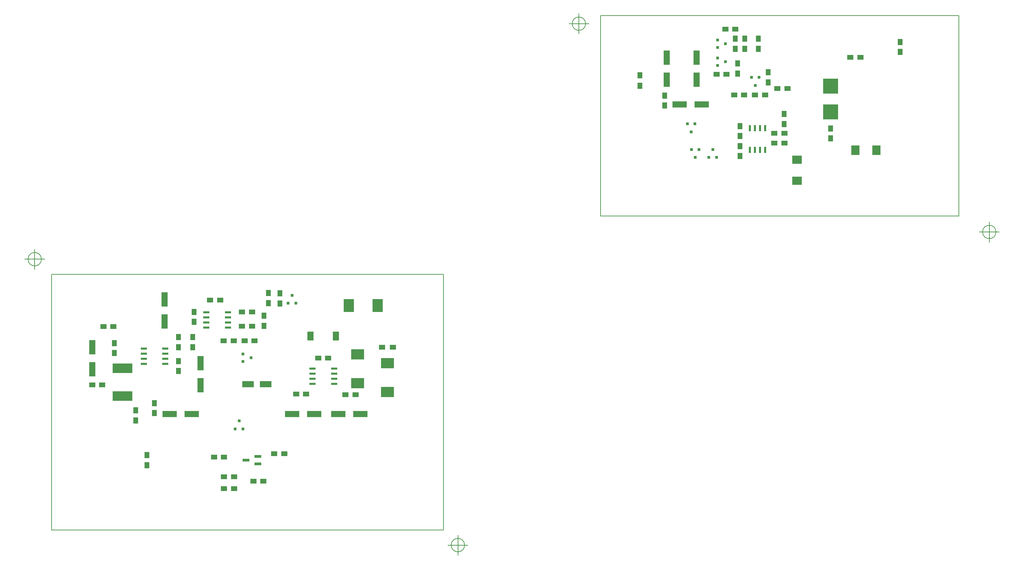
<source format=gbr>
%TF.GenerationSoftware,KiCad,Pcbnew,(5.1.9)-1*%
%TF.CreationDate,2021-04-11T15:54:41+02:00*%
%TF.ProjectId,bab_top,6261625f-746f-4702-9e6b-696361645f70,rev?*%
%TF.SameCoordinates,Original*%
%TF.FileFunction,Paste,Top*%
%TF.FilePolarity,Positive*%
%FSLAX46Y46*%
G04 Gerber Fmt 4.6, Leading zero omitted, Abs format (unit mm)*
G04 Created by KiCad (PCBNEW (5.1.9)-1) date 2021-04-11 15:54:41*
%MOMM*%
%LPD*%
G01*
G04 APERTURE LIST*
%TA.AperFunction,Profile*%
%ADD10C,0.150000*%
%TD*%
%ADD11R,3.200000X2.600000*%
%ADD12R,1.250000X1.500000*%
%ADD13R,1.500000X1.250000*%
%ADD14R,5.000000X2.400000*%
%ADD15R,1.600200X3.599180*%
%ADD16R,3.599180X1.600200*%
%ADD17R,2.999740X1.600200*%
%ADD18R,2.600000X3.200000*%
%ADD19R,1.500000X2.200000*%
%ADD20R,0.800100X0.800100*%
%ADD21R,1.550000X0.600000*%
%ADD22R,0.600000X1.550000*%
%ADD23R,3.830000X3.830000*%
%ADD24R,2.400000X2.000000*%
%ADD25R,2.000000X2.400000*%
%ADD26R,1.500000X1.300000*%
%ADD27R,1.300000X1.500000*%
%ADD28R,1.800860X0.800100*%
G04 APERTURE END LIST*
D10*
X140866666Y-146200000D02*
G75*
G03*
X140866666Y-146200000I-1666666J0D01*
G01*
X136700000Y-146200000D02*
X141700000Y-146200000D01*
X139200000Y-143700000D02*
X139200000Y-148700000D01*
X35266666Y-74800000D02*
G75*
G03*
X35266666Y-74800000I-1666666J0D01*
G01*
X31100000Y-74800000D02*
X36100000Y-74800000D01*
X33600000Y-72300000D02*
X33600000Y-77300000D01*
X273466666Y-68000000D02*
G75*
G03*
X273466666Y-68000000I-1666666J0D01*
G01*
X269300000Y-68000000D02*
X274300000Y-68000000D01*
X271800000Y-65500000D02*
X271800000Y-70500000D01*
X171066666Y-16000000D02*
G75*
G03*
X171066666Y-16000000I-1666666J0D01*
G01*
X166900000Y-16000000D02*
X171900000Y-16000000D01*
X169400000Y-13500000D02*
X169400000Y-18500000D01*
X40200000Y-78600000D02*
X37800000Y-78600000D01*
X40200000Y-142400000D02*
X37800000Y-142400000D01*
X40200000Y-78600000D02*
X44400000Y-78600000D01*
X37800000Y-142400000D02*
X37800000Y-78600000D01*
X135600000Y-142400000D02*
X39800000Y-142400000D01*
X135600000Y-78600000D02*
X135600000Y-142400000D01*
X44000000Y-78600000D02*
X135600000Y-78600000D01*
X179800000Y-64000000D02*
X174800000Y-64000000D01*
X174800000Y-14000000D02*
X174800000Y-64000000D01*
X179800000Y-14000000D02*
X174800000Y-14000000D01*
X264200000Y-64000000D02*
X259200000Y-64000000D01*
X264200000Y-14000000D02*
X264200000Y-64000000D01*
X264200000Y-14000000D02*
X259200000Y-14000000D01*
X254200000Y-64000000D02*
X259200000Y-64000000D01*
X179800000Y-64000000D02*
X254200000Y-64000000D01*
X254200000Y-14000000D02*
X259200000Y-14000000D01*
X247200000Y-14000000D02*
X192000000Y-14000000D01*
X247200000Y-14000000D02*
X254200000Y-14000000D01*
X192000000Y-14000000D02*
X179800000Y-14000000D01*
D11*
%TO.C,D303*%
X114200000Y-105800000D03*
X114200000Y-98600000D03*
%TD*%
D12*
%TO.C,R410*%
X209000000Y-25950000D03*
X209000000Y-28450000D03*
%TD*%
D13*
%TO.C,R411*%
X213350000Y-33800000D03*
X215850000Y-33800000D03*
%TD*%
D12*
%TO.C,C411*%
X232200000Y-44650000D03*
X232200000Y-42150000D03*
%TD*%
%TO.C,C101*%
X61600000Y-126250000D03*
X61600000Y-123750000D03*
%TD*%
D13*
%TO.C,C102*%
X83350000Y-132100000D03*
X80850000Y-132100000D03*
%TD*%
D14*
%TO.C,C201*%
X55500000Y-109000000D03*
X55500000Y-102000000D03*
%TD*%
D12*
%TO.C,C202*%
X53500000Y-98250000D03*
X53500000Y-95750000D03*
%TD*%
D15*
%TO.C,C203*%
X48000000Y-96749180D03*
X48000000Y-102250820D03*
%TD*%
D16*
%TO.C,C204*%
X67249180Y-113500000D03*
X72750820Y-113500000D03*
%TD*%
D12*
%TO.C,C205*%
X73000000Y-94250000D03*
X73000000Y-96750000D03*
%TD*%
D15*
%TO.C,C206*%
X75000000Y-100749180D03*
X75000000Y-106250820D03*
%TD*%
D17*
%TO.C,C207*%
X91199640Y-106000000D03*
X86800360Y-106000000D03*
%TD*%
D12*
%TO.C,C208*%
X94800000Y-85850000D03*
X94800000Y-83350000D03*
%TD*%
D16*
%TO.C,C303*%
X114850820Y-113500000D03*
X109349180Y-113500000D03*
%TD*%
D13*
%TO.C,C304*%
X113650000Y-108600000D03*
X111150000Y-108600000D03*
%TD*%
%TO.C,C305*%
X104350000Y-99500000D03*
X106850000Y-99500000D03*
%TD*%
D16*
%TO.C,C306*%
X97849180Y-113500000D03*
X103350820Y-113500000D03*
%TD*%
D13*
%TO.C,C307*%
X98850000Y-108500000D03*
X101350000Y-108500000D03*
%TD*%
D15*
%TO.C,C401*%
X198800000Y-24449180D03*
X198800000Y-29950820D03*
%TD*%
D13*
%TO.C,C402*%
X220650000Y-43400000D03*
X218150000Y-43400000D03*
%TD*%
%TO.C,C403*%
X220650000Y-45800000D03*
X218150000Y-45800000D03*
%TD*%
D15*
%TO.C,C404*%
X191300000Y-24449180D03*
X191300000Y-29950820D03*
%TD*%
D16*
%TO.C,C405*%
X194549180Y-36200000D03*
X200050820Y-36200000D03*
%TD*%
D12*
%TO.C,C406*%
X214200000Y-22250000D03*
X214200000Y-19750000D03*
%TD*%
%TO.C,C408*%
X249600000Y-23050000D03*
X249600000Y-20550000D03*
%TD*%
D13*
%TO.C,C410*%
X239650000Y-24400000D03*
X237150000Y-24400000D03*
%TD*%
D11*
%TO.C,D301*%
X121600000Y-100800000D03*
X121600000Y-108000000D03*
%TD*%
D18*
%TO.C,D302*%
X119200000Y-86400000D03*
X112000000Y-86400000D03*
%TD*%
D19*
%TO.C,L301*%
X108800000Y-94000000D03*
X102400000Y-94000000D03*
%TD*%
D20*
%TO.C,Q401*%
X203999240Y-20050000D03*
X203999240Y-21950000D03*
X205998220Y-21000000D03*
%TD*%
%TO.C,Q402*%
X203999240Y-24550000D03*
X203999240Y-26450000D03*
X205998220Y-25500000D03*
%TD*%
D13*
%TO.C,R103*%
X90650000Y-130200000D03*
X88150000Y-130200000D03*
%TD*%
%TO.C,R104*%
X83350000Y-129100000D03*
X80850000Y-129100000D03*
%TD*%
%TO.C,R105*%
X95850000Y-123400000D03*
X93350000Y-123400000D03*
%TD*%
%TO.C,R106*%
X78350000Y-124200000D03*
X80850000Y-124200000D03*
%TD*%
D12*
%TO.C,R201*%
X58800000Y-115050000D03*
X58800000Y-112550000D03*
%TD*%
D13*
%TO.C,R202*%
X47950000Y-106200000D03*
X50450000Y-106200000D03*
%TD*%
%TO.C,R203*%
X79850000Y-85000000D03*
X77350000Y-85000000D03*
%TD*%
D12*
%TO.C,R204*%
X73400000Y-90450000D03*
X73400000Y-87950000D03*
%TD*%
D13*
%TO.C,R205*%
X53250000Y-91600000D03*
X50750000Y-91600000D03*
%TD*%
D12*
%TO.C,R206*%
X63500000Y-113250000D03*
X63500000Y-110750000D03*
%TD*%
%TO.C,R207*%
X69500000Y-94250000D03*
X69500000Y-96750000D03*
%TD*%
%TO.C,R208*%
X69500000Y-100250000D03*
X69500000Y-102750000D03*
%TD*%
D13*
%TO.C,R209*%
X80750000Y-95200000D03*
X83250000Y-95200000D03*
%TD*%
%TO.C,R210*%
X85950000Y-95200000D03*
X88450000Y-95200000D03*
%TD*%
D12*
%TO.C,R211*%
X90800000Y-88950000D03*
X90800000Y-91450000D03*
%TD*%
D13*
%TO.C,R212*%
X85350000Y-91500000D03*
X87850000Y-91500000D03*
%TD*%
%TO.C,R213*%
X87850000Y-88000000D03*
X85350000Y-88000000D03*
%TD*%
D12*
%TO.C,R214*%
X91900000Y-85750000D03*
X91900000Y-83250000D03*
%TD*%
%TO.C,R401*%
X190800000Y-36450000D03*
X190800000Y-33950000D03*
%TD*%
%TO.C,R402*%
X209600000Y-44050000D03*
X209600000Y-41550000D03*
%TD*%
%TO.C,R404*%
X220600000Y-41050000D03*
X220600000Y-38550000D03*
%TD*%
D13*
%TO.C,R405*%
X208450000Y-17400000D03*
X205950000Y-17400000D03*
%TD*%
D12*
%TO.C,R406*%
X210800000Y-22250000D03*
X210800000Y-19750000D03*
%TD*%
D13*
%TO.C,R407*%
X203750000Y-28600000D03*
X206250000Y-28600000D03*
%TD*%
%TO.C,R408*%
X210650000Y-33800000D03*
X208150000Y-33800000D03*
%TD*%
D12*
%TO.C,R409*%
X208400000Y-22250000D03*
X208400000Y-19750000D03*
%TD*%
%TO.C,R412*%
X216600000Y-28150000D03*
X216600000Y-30650000D03*
%TD*%
D13*
%TO.C,R413*%
X221450000Y-32200000D03*
X218950000Y-32200000D03*
%TD*%
D21*
%TO.C,U201*%
X60800000Y-97095000D03*
X60800000Y-98365000D03*
X60800000Y-99635000D03*
X60800000Y-100905000D03*
X66200000Y-100905000D03*
X66200000Y-99635000D03*
X66200000Y-98365000D03*
X66200000Y-97095000D03*
%TD*%
%TO.C,U202*%
X76400000Y-88095000D03*
X76400000Y-89365000D03*
X76400000Y-90635000D03*
X76400000Y-91905000D03*
X81800000Y-91905000D03*
X81800000Y-90635000D03*
X81800000Y-89365000D03*
X81800000Y-88095000D03*
%TD*%
%TO.C,U301*%
X102900000Y-102095000D03*
X102900000Y-103365000D03*
X102900000Y-104635000D03*
X102900000Y-105905000D03*
X108300000Y-105905000D03*
X108300000Y-104635000D03*
X108300000Y-103365000D03*
X108300000Y-102095000D03*
%TD*%
D22*
%TO.C,U402*%
X212095000Y-47500000D03*
X213365000Y-47500000D03*
X214635000Y-47500000D03*
X215905000Y-47500000D03*
X215905000Y-42100000D03*
X214635000Y-42100000D03*
X213365000Y-42100000D03*
X212095000Y-42100000D03*
%TD*%
D23*
%TO.C,R414*%
X232200000Y-38000000D03*
X232200000Y-31600000D03*
%TD*%
D12*
%TO.C,C412*%
X209600000Y-46550000D03*
X209600000Y-49050000D03*
%TD*%
D15*
%TO.C,C209*%
X66040000Y-84879180D03*
X66040000Y-90380820D03*
%TD*%
D20*
%TO.C,D101*%
X83650000Y-117200760D03*
X85550000Y-117200760D03*
X84600000Y-115201780D03*
%TD*%
%TO.C,D201*%
X85599240Y-98450000D03*
X85599240Y-100350000D03*
X87598220Y-99400000D03*
%TD*%
%TO.C,D202*%
X96850000Y-85800760D03*
X98750000Y-85800760D03*
X97800000Y-83801780D03*
%TD*%
D24*
%TO.C,D404*%
X223800000Y-55250000D03*
X223800000Y-49950000D03*
%TD*%
D25*
%TO.C,D405*%
X243650000Y-47600000D03*
X238350000Y-47600000D03*
%TD*%
D20*
%TO.C,D401*%
X198350000Y-40999240D03*
X196450000Y-40999240D03*
X197400000Y-42998220D03*
%TD*%
%TO.C,D402*%
X199350000Y-47399240D03*
X197450000Y-47399240D03*
X198400000Y-49398220D03*
%TD*%
%TO.C,D403*%
X201850000Y-49400760D03*
X203750000Y-49400760D03*
X202800000Y-47401780D03*
%TD*%
%TO.C,D406*%
X214350000Y-29399240D03*
X212450000Y-29399240D03*
X213400000Y-31398220D03*
%TD*%
D26*
%TO.C,R1*%
X120250000Y-96800000D03*
X122950000Y-96800000D03*
%TD*%
D27*
%TO.C,R2*%
X184600000Y-28850000D03*
X184600000Y-31550000D03*
%TD*%
D28*
%TO.C,Q1*%
X89301140Y-125950000D03*
X89301140Y-124050000D03*
X86298860Y-125000000D03*
%TD*%
M02*

</source>
